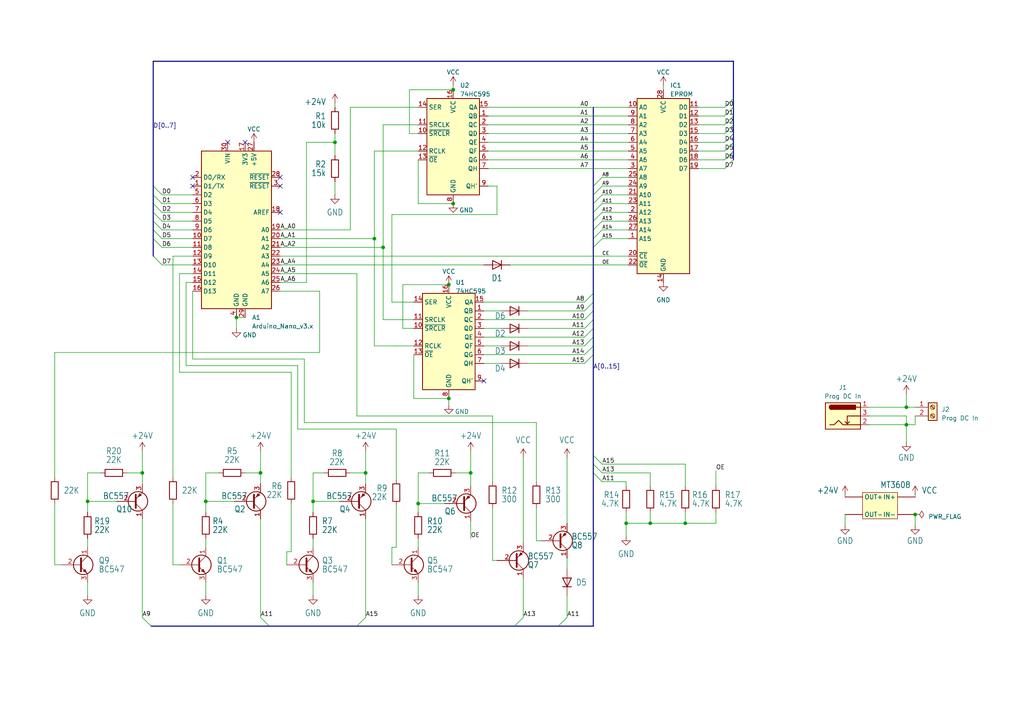
<source format=kicad_sch>
(kicad_sch (version 20230121) (generator eeschema)
  (paper "A4")
  (title_block (title "${title}") (date "2023-03-08") (rev "${revision}") (comment 1 "${comment1}") (comment 2 "${description}"))
  (junction (at 90.805 145.415))
  (junction (at 108.585 69.215))
  (junction (at 121.285 146.05))
  (junction (at 41.275 137.16))
  (junction (at 130.175 82.55))
  (junction (at 59.69 145.415))
  (junction (at 136.525 137.16))
  (junction (at 262.89 123.19))
  (junction (at 181.61 151.765))
  (junction (at 68.58 92.075))
  (junction (at 75.565 137.16))
  (junction (at 106.045 137.16))
  (junction (at 25.4 145.415))
  (junction (at 131.445 59.055))
  (junction (at 265.43 149.225))
  (junction (at 131.445 26.035))
  (junction (at 262.89 118.11))
  (junction (at 97.155 41.275))
  (junction (at 198.755 151.765))
  (junction (at 130.175 115.57))
  (junction (at 111.125 71.755))
  (junction (at 188.595 151.765))
  (no_connect (at 55.88 53.975))
  (no_connect (at 66.04 41.275))
  (no_connect (at 140.335 110.49))
  (no_connect (at 55.88 51.435))
  (no_connect (at 81.28 51.435))
  (no_connect (at 71.12 41.275))
  (no_connect (at 81.28 61.595))
  (no_connect (at 81.28 53.975))
  (bus_entry (at 169.545 97.79) (size 2.54 -2.54))
  (bus_entry (at 169.545 105.41) (size 2.54 -2.54))
  (bus_entry (at 174.625 61.595) (size -2.54 2.54))
  (bus_entry (at 169.545 87.63) (size 2.54 -2.54))
  (bus_entry (at 174.625 134.62) (size -2.54 -2.54))
  (bus_entry (at 169.545 95.25) (size 2.54 -2.54))
  (bus_entry (at 106.045 179.07) (size -2.54 2.54))
  (bus_entry (at 46.99 76.835) (size -2.54 -2.54))
  (bus_entry (at 46.99 56.515) (size -2.54 -2.54))
  (bus_entry (at 169.545 92.71) (size 2.54 -2.54))
  (bus_entry (at 210.185 36.195) (size 2.54 -2.54))
  (bus_entry (at 46.99 61.595) (size -2.54 -2.54))
  (bus_entry (at 151.765 179.07) (size -2.54 2.54))
  (bus_entry (at 169.545 90.17) (size 2.54 -2.54))
  (bus_entry (at 174.625 139.7) (size -2.54 -2.54))
  (bus_entry (at 210.185 38.735) (size 2.54 -2.54))
  (bus_entry (at 164.465 179.07) (size -2.54 2.54))
  (bus_entry (at 174.625 59.055) (size -2.54 2.54))
  (bus_entry (at 46.99 59.055) (size -2.54 -2.54))
  (bus_entry (at 174.625 53.975) (size -2.54 2.54))
  (bus_entry (at 174.625 69.215) (size -2.54 2.54))
  (bus_entry (at 174.625 51.435) (size -2.54 2.54))
  (bus_entry (at 210.185 41.275) (size 2.54 -2.54))
  (bus_entry (at 46.99 64.135) (size -2.54 -2.54))
  (bus_entry (at 210.185 33.655) (size 2.54 -2.54))
  (bus_entry (at 210.185 31.115) (size 2.54 -2.54))
  (bus_entry (at 174.625 66.675) (size -2.54 2.54))
  (bus_entry (at 169.545 100.33) (size 2.54 -2.54))
  (bus_entry (at 210.185 46.355) (size 2.54 -2.54))
  (bus_entry (at 210.185 43.815) (size 2.54 -2.54))
  (bus_entry (at 174.625 56.515) (size -2.54 2.54))
  (bus_entry (at 174.625 64.135) (size -2.54 2.54))
  (bus_entry (at 210.185 48.895) (size 2.54 -2.54))
  (bus_entry (at 46.99 69.215) (size -2.54 -2.54))
  (bus_entry (at 46.99 71.755) (size -2.54 -2.54))
  (bus_entry (at 169.545 102.87) (size 2.54 -2.54))
  (bus_entry (at 46.99 66.675) (size -2.54 -2.54))
  (bus_entry (at 41.275 179.07) (size 2.54 2.54))
  (bus_entry (at 75.565 179.07) (size 2.54 2.54))
  (bus_entry (at 174.625 137.16) (size -2.54 -2.54))
  (wire (pts (xy 142.875 120.65) (xy 142.875 139.7)) (stroke (width 0.1524)))
  (wire (pts (xy 36.83 137.16) (xy 41.275 137.16)) (stroke (width 0.1524)))
  (bus (pts (xy 172.085 87.63) (xy 172.085 90.17)))
  (wire (pts (xy 202.565 33.655) (xy 210.185 33.655)) (stroke (width 0.1524)))
  (wire (pts (xy 108.585 43.815) (xy 108.585 69.215)) (stroke (width 0.1524)))
  (wire (pts (xy 81.28 81.915) (xy 88.9 81.915)) (stroke (width 0.1524)))
  (wire (pts (xy 108.585 43.815) (xy 121.285 43.815)) (stroke (width 0.1524)))
  (wire (pts (xy 182.245 51.435) (xy 174.625 51.435)) (stroke (width 0.1524)))
  (wire (pts (xy 108.585 69.215) (xy 108.585 100.33)) (stroke (width 0.1524)))
  (wire (pts (xy 141.605 36.195) (xy 182.245 36.195)) (stroke (width 0.1524)))
  (wire (pts (xy 198.755 148.59) (xy 198.755 151.765)) (stroke (width 0.1524)))
  (wire (pts (xy 207.645 136.525) (xy 207.645 140.97)) (stroke (width 0.1524)))
  (wire (pts (xy 181.61 139.7) (xy 181.61 140.97)) (stroke (width 0.1524)))
  (wire (pts (xy 83.185 160.02) (xy 84.455 160.02)) (stroke (width 0.1524)))
  (wire (pts (xy 121.285 46.355) (xy 121.285 59.055)))
  (wire (pts (xy 156.845 156.845) (xy 155.575 156.845)) (stroke (width 0.1524)))
  (wire (pts (xy 81.28 69.215) (xy 108.585 69.215)) (stroke (width 0.1524)))
  (wire (pts (xy 182.245 53.975) (xy 174.625 53.975)) (stroke (width 0.1524)))
  (bus (pts (xy 172.085 137.16) (xy 172.085 181.61)))
  (wire (pts (xy 29.21 137.16) (xy 25.4 137.16)) (stroke (width 0.1524)))
  (bus (pts (xy 149.225 181.61) (xy 161.925 181.61)))
  (bus (pts (xy 172.085 59.055) (xy 172.085 61.595)))
  (bus (pts (xy 44.45 61.595) (xy 44.45 64.135)))
  (bus (pts (xy 172.085 95.25) (xy 172.085 97.79)))
  (bus (pts (xy 212.725 43.815) (xy 212.725 41.275)))
  (wire (pts (xy 202.565 36.195) (xy 210.185 36.195)) (stroke (width 0.1524)))
  (bus (pts (xy 172.085 31.115) (xy 172.085 53.975)))
  (wire (pts (xy 120.015 95.25) (xy 116.84 95.25)))
  (wire (pts (xy 140.335 92.71) (xy 169.545 92.71)) (stroke (width 0.1524)))
  (wire (pts (xy 181.61 148.59) (xy 181.61 151.765)) (stroke (width 0.1524)))
  (wire (pts (xy 141.605 48.895) (xy 182.245 48.895)) (stroke (width 0.1524)))
  (wire (pts (xy 15.875 138.43) (xy 15.875 102.235)))
  (wire (pts (xy 97.155 29.845) (xy 97.155 31.115)))
  (wire (pts (xy 121.285 146.05) (xy 128.905 146.05)) (stroke (width 0.1524)))
  (wire (pts (xy 53.975 81.915) (xy 53.975 106.045)) (stroke (width 0.1524)))
  (wire (pts (xy 52.705 79.375) (xy 52.07 79.375)) (stroke (width 0.1524)))
  (wire (pts (xy 52.07 107.95) (xy 84.455 107.95)) (stroke (width 0.1524)))
  (wire (pts (xy 113.665 62.23) (xy 113.665 87.63)) (stroke (width 0.1524)))
  (wire (pts (xy 136.525 137.16) (xy 136.525 133.35)) (stroke (width 0.1524)))
  (wire (pts (xy 88.265 122.555) (xy 155.575 122.555)) (stroke (width 0.1524)))
  (wire (pts (xy 136.525 130.81) (xy 136.525 133.35)))
  (wire (pts (xy 59.69 137.16) (xy 59.69 145.415)) (stroke (width 0.1524)))
  (wire (pts (xy 153.035 95.25) (xy 161.29 95.25)))
  (wire (pts (xy 114.935 146.685) (xy 114.935 158.75)) (stroke (width 0.1524)))
  (wire (pts (xy 140.335 97.79) (xy 169.545 97.79)) (stroke (width 0.1524)))
  (wire (pts (xy 121.285 156.21) (xy 121.285 158.75)) (stroke (width 0.1524)))
  (wire (pts (xy 81.28 79.375) (xy 103.505 79.375)) (stroke (width 0.1524)))
  (wire (pts (xy 144.145 62.23) (xy 113.665 62.23)) (stroke (width 0.1524)))
  (wire (pts (xy 141.605 53.975) (xy 144.145 53.975)) (stroke (width 0.1524)))
  (bus (pts (xy 172.085 134.62) (xy 172.085 137.16)))
  (wire (pts (xy 141.605 43.815) (xy 182.245 43.815)) (stroke (width 0.1524)))
  (wire (pts (xy 15.875 102.235) (xy 92.71 102.235)))
  (wire (pts (xy 84.455 146.05) (xy 84.455 160.02)) (stroke (width 0.1524)))
  (wire (pts (xy 88.9 41.275) (xy 97.155 41.275)) (stroke (width 0.1524)))
  (wire (pts (xy 188.595 151.765) (xy 198.755 151.765)) (stroke (width 0.1524)))
  (wire (pts (xy 41.275 130.81) (xy 41.275 137.16)) (stroke (width 0.1524)))
  (bus (pts (xy 44.45 64.135) (xy 44.45 66.675)))
  (bus (pts (xy 212.725 28.575) (xy 212.725 17.78)))
  (wire (pts (xy 81.28 71.755) (xy 111.125 71.755)) (stroke (width 0.1524)))
  (wire (pts (xy 142.875 162.56) (xy 144.145 162.56)) (stroke (width 0.1524)))
  (wire (pts (xy 106.045 150.495) (xy 106.045 179.07)) (stroke (width 0.1524)))
  (wire (pts (xy 50.165 74.295) (xy 55.88 74.295)) (stroke (width 0.1524)))
  (bus (pts (xy 172.085 100.33) (xy 172.085 102.87)))
  (bus (pts (xy 78.105 181.61) (xy 103.505 181.61)))
  (wire (pts (xy 262.89 114.3) (xy 262.89 118.11)) (stroke (width 0.1524)))
  (wire (pts (xy 141.605 31.115) (xy 182.245 31.115)) (stroke (width 0.1524)))
  (wire (pts (xy 25.4 156.21) (xy 25.4 158.75)) (stroke (width 0.1524)))
  (wire (pts (xy 97.155 41.275) (xy 97.155 45.085)) (stroke (width 0.1524)))
  (wire (pts (xy 202.565 38.735) (xy 210.185 38.735)) (stroke (width 0.1524)))
  (wire (pts (xy 140.335 87.63) (xy 169.545 87.63)) (stroke (width 0.1524)))
  (wire (pts (xy 207.645 151.765) (xy 198.755 151.765)) (stroke (width 0.1524)))
  (wire (pts (xy 265.43 120.65) (xy 265.43 123.19)) (stroke (width 0.1524)))
  (bus (pts (xy 44.45 53.975) (xy 44.45 56.515)))
  (wire (pts (xy 114.935 124.46) (xy 86.36 124.46)) (stroke (width 0.1524)))
  (wire (pts (xy 144.145 53.975) (xy 144.145 62.23)) (stroke (width 0.1524)))
  (wire (pts (xy 75.565 137.16) (xy 75.565 140.335)) (stroke (width 0.1524)))
  (wire (pts (xy 101.6 137.16) (xy 106.045 137.16)) (stroke (width 0.1524)))
  (wire (pts (xy 83.185 160.02) (xy 83.185 163.83)) (stroke (width 0.1524)))
  (wire (pts (xy 108.585 100.33) (xy 114.935 100.33)) (stroke (width 0.1524)))
  (wire (pts (xy 147.955 76.835) (xy 182.245 76.835)) (stroke (width 0.1524)))
  (wire (pts (xy 106.045 130.81) (xy 106.045 137.16)) (stroke (width 0.1524)))
  (wire (pts (xy 88.265 122.555) (xy 88.265 104.14)) (stroke (width 0.1524)))
  (wire (pts (xy 151.765 132.715) (xy 151.765 157.48)) (stroke (width 0.1524)))
  (wire (pts (xy 116.205 36.195) (xy 111.125 36.195)) (stroke (width 0.1524)))
  (bus (pts (xy 212.725 41.275) (xy 212.725 38.735)))
  (wire (pts (xy 46.99 69.215) (xy 55.88 69.215)) (stroke (width 0.1524)))
  (wire (pts (xy 262.89 120.65) (xy 262.89 123.19)) (stroke (width 0.1524)))
  (bus (pts (xy 44.45 69.215) (xy 44.45 74.295)))
  (wire (pts (xy 265.43 144.145) (xy 265.43 143.51)) (stroke (width 0.1524)))
  (wire (pts (xy 164.465 132.715) (xy 164.465 151.765)) (stroke (width 0.1524)))
  (wire (pts (xy 46.99 56.515) (xy 55.88 56.515)) (stroke (width 0.1524)))
  (wire (pts (xy 132.08 137.16) (xy 136.525 137.16)) (stroke (width 0.1524)))
  (wire (pts (xy 101.6 66.675) (xy 101.6 31.115)) (stroke (width 0.1524)))
  (bus (pts (xy 212.725 31.115) (xy 212.725 28.575)))
  (bus (pts (xy 172.085 85.09) (xy 172.085 87.63)))
  (bus (pts (xy 172.085 71.755) (xy 172.085 85.09)))
  (wire (pts (xy 202.565 46.355) (xy 210.185 46.355)) (stroke (width 0.1524)))
  (wire (pts (xy 141.605 41.275) (xy 182.245 41.275)) (stroke (width 0.1524)))
  (wire (pts (xy 90.805 156.21) (xy 90.805 158.75)) (stroke (width 0.1524)))
  (wire (pts (xy 141.605 38.735) (xy 182.245 38.735)) (stroke (width 0.1524)))
  (wire (pts (xy 131.445 24.765) (xy 131.445 26.035)))
  (wire (pts (xy 50.165 146.05) (xy 50.165 163.83)) (stroke (width 0.1524)))
  (wire (pts (xy 153.035 100.33) (xy 169.545 100.33)) (stroke (width 0.1524)))
  (bus (pts (xy 44.45 59.055) (xy 44.45 61.595)))
  (wire (pts (xy 116.84 95.25) (xy 116.84 82.55)))
  (wire (pts (xy 140.335 100.33) (xy 145.415 100.33)) (stroke (width 0.1524)))
  (wire (pts (xy 140.335 90.17) (xy 145.415 90.17)) (stroke (width 0.1524)))
  (bus (pts (xy 172.085 61.595) (xy 172.085 64.135)))
  (wire (pts (xy 75.565 150.495) (xy 75.565 179.07)) (stroke (width 0.1524)))
  (wire (pts (xy 86.36 106.045) (xy 86.36 124.46)) (stroke (width 0.1524)))
  (wire (pts (xy 182.245 56.515) (xy 174.625 56.515)) (stroke (width 0.1524)))
  (wire (pts (xy 182.245 66.675) (xy 174.625 66.675)) (stroke (width 0.1524)))
  (wire (pts (xy 188.595 151.765) (xy 181.61 151.765)) (stroke (width 0.1524)))
  (wire (pts (xy 59.69 168.91) (xy 59.69 172.72)) (stroke (width 0.1524)))
  (wire (pts (xy 202.565 31.115) (xy 210.185 31.115)) (stroke (width 0.1524)))
  (wire (pts (xy 116.84 82.55) (xy 130.175 82.55)))
  (wire (pts (xy 121.285 38.735) (xy 118.745 38.735)))
  (wire (pts (xy 202.565 41.275) (xy 210.185 41.275)) (stroke (width 0.1524)))
  (wire (pts (xy 121.285 59.055) (xy 131.445 59.055)))
  (wire (pts (xy 140.335 95.25) (xy 145.415 95.25)) (stroke (width 0.1524)))
  (wire (pts (xy 53.975 81.915) (xy 55.88 81.915)) (stroke (width 0.1524)))
  (wire (pts (xy 262.89 123.19) (xy 252.095 123.19)) (stroke (width 0.1524)))
  (bus (pts (xy 212.725 33.655) (xy 212.725 31.115)))
  (wire (pts (xy 182.245 59.055) (xy 174.625 59.055)) (stroke (width 0.1524)))
  (wire (pts (xy 188.595 148.59) (xy 188.595 151.765)) (stroke (width 0.1524)))
  (bus (pts (xy 44.45 17.78) (xy 44.45 53.975)))
  (bus (pts (xy 172.085 97.79) (xy 172.085 100.33)))
  (wire (pts (xy 182.245 69.215) (xy 174.625 69.215)) (stroke (width 0.1524)))
  (bus (pts (xy 172.085 69.215) (xy 172.085 71.755)))
  (wire (pts (xy 188.595 137.16) (xy 174.625 137.16)) (stroke (width 0.1524)))
  (bus (pts (xy 172.085 181.61) (xy 161.925 181.61)))
  (wire (pts (xy 103.505 79.375) (xy 103.505 120.65)) (stroke (width 0.1524)))
  (wire (pts (xy 155.575 122.555) (xy 155.575 139.7)) (stroke (width 0.1524)))
  (bus (pts (xy 172.085 90.17) (xy 172.085 92.71)))
  (bus (pts (xy 43.815 181.61) (xy 78.105 181.61)))
  (wire (pts (xy 198.755 134.62) (xy 198.755 140.97)) (stroke (width 0.1524)))
  (wire (pts (xy 97.155 40.005) (xy 97.155 41.275)) (stroke (width 0.1524)))
  (wire (pts (xy 59.69 145.415) (xy 59.69 148.59)) (stroke (width 0.1524)))
  (wire (pts (xy 41.275 137.16) (xy 41.275 140.335)) (stroke (width 0.1524)))
  (wire (pts (xy 111.125 92.71) (xy 114.935 92.71)) (stroke (width 0.1524)))
  (wire (pts (xy 113.665 158.75) (xy 113.665 163.83)) (stroke (width 0.1524)))
  (wire (pts (xy 136.525 140.97) (xy 136.525 137.16)) (stroke (width 0.1524)))
  (wire (pts (xy 202.565 48.895) (xy 210.185 48.895)) (stroke (width 0.1524)))
  (wire (pts (xy 151.765 167.64) (xy 151.765 179.07)) (stroke (width 0.1524)))
  (wire (pts (xy 52.705 79.375) (xy 55.88 79.375)))
  (wire (pts (xy 182.245 64.135) (xy 174.625 64.135)) (stroke (width 0.1524)))
  (wire (pts (xy 164.465 172.72) (xy 164.465 179.07)))
  (wire (pts (xy 164.465 161.925) (xy 164.465 165.1)) (stroke (width 0.1524)))
  (wire (pts (xy 84.455 107.95) (xy 84.455 138.43)) (stroke (width 0.1524)))
  (wire (pts (xy 25.4 145.415) (xy 25.4 148.59)) (stroke (width 0.1524)))
  (wire (pts (xy 141.605 46.355) (xy 182.245 46.355)) (stroke (width 0.1524)))
  (wire (pts (xy 53.975 106.045) (xy 86.36 106.045)) (stroke (width 0.1524)))
  (wire (pts (xy 46.99 59.055) (xy 55.88 59.055)) (stroke (width 0.1524)))
  (bus (pts (xy 172.085 66.675) (xy 172.085 69.215)))
  (wire (pts (xy 198.755 134.62) (xy 174.625 134.62)) (stroke (width 0.1524)))
  (wire (pts (xy 136.525 151.13) (xy 136.525 156.21)) (stroke (width 0.1524)))
  (wire (pts (xy 75.565 130.81) (xy 75.565 137.16)) (stroke (width 0.1524)))
  (wire (pts (xy 92.71 84.455) (xy 81.28 84.455)))
  (wire (pts (xy 50.165 163.83) (xy 52.07 163.83)) (stroke (width 0.1524)))
  (wire (pts (xy 46.99 76.835) (xy 55.88 76.835)) (stroke (width 0.1524)))
  (wire (pts (xy 155.575 147.32) (xy 155.575 156.845)) (stroke (width 0.1524)))
  (wire (pts (xy 59.69 156.21) (xy 59.69 158.75)) (stroke (width 0.1524)))
  (wire (pts (xy 46.99 71.755) (xy 55.88 71.755)) (stroke (width 0.1524)))
  (wire (pts (xy 46.99 61.595) (xy 55.88 61.595)) (stroke (width 0.1524)))
  (wire (pts (xy 120.015 115.57) (xy 130.175 115.57)))
  (wire (pts (xy 92.71 102.235) (xy 92.71 84.455)))
  (wire (pts (xy 161.29 95.25) (xy 169.545 95.25)) (stroke (width 0.1524)))
  (bus (pts (xy 172.085 102.87) (xy 172.085 132.08)))
  (wire (pts (xy 202.565 43.815) (xy 210.185 43.815)) (stroke (width 0.1524)))
  (wire (pts (xy 71.12 137.16) (xy 75.565 137.16)) (stroke (width 0.1524)))
  (wire (pts (xy 15.875 146.05) (xy 15.875 163.83)) (stroke (width 0.1524)))
  (wire (pts (xy 25.4 168.91) (xy 25.4 172.72)) (stroke (width 0.1524)))
  (wire (pts (xy 114.935 100.33) (xy 120.015 100.33)))
  (wire (pts (xy 245.11 149.225) (xy 245.11 152.4)) (stroke (width 0.1524)))
  (wire (pts (xy 106.045 137.16) (xy 106.045 140.335)) (stroke (width 0.1524)))
  (wire (pts (xy 252.095 120.65) (xy 262.89 120.65)) (stroke (width 0.1524)))
  (wire (pts (xy 118.745 26.035) (xy 131.445 26.035)))
  (wire (pts (xy 15.875 163.83) (xy 17.78 163.83)) (stroke (width 0.1524)))
  (wire (pts (xy 121.285 146.05) (xy 121.285 148.59)) (stroke (width 0.1524)))
  (wire (pts (xy 188.595 137.16) (xy 188.595 140.97)) (stroke (width 0.1524)))
  (wire (pts (xy 262.89 123.19) (xy 262.89 128.27)) (stroke (width 0.1524)))
  (wire (pts (xy 90.805 168.91) (xy 90.805 172.72)) (stroke (width 0.1524)))
  (wire (pts (xy 121.285 137.16) (xy 121.285 146.05)) (stroke (width 0.1524)))
  (wire (pts (xy 140.335 102.87) (xy 169.545 102.87)) (stroke (width 0.1524)))
  (wire (pts (xy 121.285 168.91) (xy 121.285 172.72)) (stroke (width 0.1524)))
  (wire (pts (xy 90.805 145.415) (xy 90.805 148.59)) (stroke (width 0.1524)))
  (bus (pts (xy 172.085 56.515) (xy 172.085 59.055)))
  (bus (pts (xy 103.505 181.61) (xy 149.225 181.61)))
  (wire (pts (xy 141.605 33.655) (xy 182.245 33.655)) (stroke (width 0.1524)))
  (wire (pts (xy 245.11 144.145) (xy 245.11 143.51)) (stroke (width 0.1524)))
  (wire (pts (xy 81.28 66.675) (xy 101.6 66.675)) (stroke (width 0.1524)))
  (wire (pts (xy 55.88 84.455) (xy 55.88 104.14)) (stroke (width 0.1524)))
  (wire (pts (xy 33.655 145.415) (xy 25.4 145.415)) (stroke (width 0.1524)))
  (bus (pts (xy 212.725 17.78) (xy 44.45 17.78)))
  (wire (pts (xy 88.265 104.14) (xy 55.88 104.14)) (stroke (width 0.1524)))
  (wire (pts (xy 46.99 66.675) (xy 55.88 66.675)) (stroke (width 0.1524)))
  (wire (pts (xy 81.28 76.835) (xy 85.09 76.835)) (stroke (width 0.1524)))
  (wire (pts (xy 113.665 87.63) (xy 120.015 87.63)) (stroke (width 0.1524)))
  (wire (pts (xy 25.4 137.16) (xy 25.4 145.415)) (stroke (width 0.1524)))
  (wire (pts (xy 68.58 95.25) (xy 68.58 92.075)))
  (wire (pts (xy 192.405 24.765) (xy 192.405 26.035)))
  (bus (pts (xy 44.45 66.675) (xy 44.45 69.215)))
  (wire (pts (xy 265.43 123.19) (xy 262.89 123.19)) (stroke (width 0.1524)))
  (wire (pts (xy 142.875 147.32) (xy 142.875 162.56)) (stroke (width 0.1524)))
  (wire (pts (xy 118.745 38.735) (xy 118.745 26.035)))
  (wire (pts (xy 120.015 102.87) (xy 120.015 115.57)))
  (bus (pts (xy 172.085 64.135) (xy 172.085 66.675)))
  (wire (pts (xy 41.275 150.495) (xy 41.275 179.07)) (stroke (width 0.1524)))
  (bus (pts (xy 44.45 56.515) (xy 44.45 59.055)))
  (wire (pts (xy 207.645 148.59) (xy 207.645 151.765)) (stroke (width 0.1524)))
  (wire (pts (xy 98.425 145.415) (xy 90.805 145.415)) (stroke (width 0.1524)))
  (wire (pts (xy 121.285 137.16) (xy 124.46 137.16)) (stroke (width 0.1524)))
  (wire (pts (xy 169.545 105.41) (xy 153.035 105.41)) (stroke (width 0.1524)))
  (wire (pts (xy 111.125 71.755) (xy 111.125 92.71)) (stroke (width 0.1524)))
  (wire (pts (xy 81.28 74.295) (xy 182.245 74.295)) (stroke (width 0.1524)))
  (bus (pts (xy 172.085 132.08) (xy 172.085 134.62)))
  (wire (pts (xy 101.6 31.115) (xy 121.285 31.115)) (stroke (width 0.1524)))
  (wire (pts (xy 85.09 76.835) (xy 140.335 76.835)))
  (wire (pts (xy 130.175 117.475) (xy 130.175 115.57)))
  (bus (pts (xy 172.085 92.71) (xy 172.085 95.25)))
  (wire (pts (xy 97.155 38.735) (xy 97.155 40.005)))
  (wire (pts (xy 111.125 36.195) (xy 111.125 71.755)) (stroke (width 0.1524)))
  (wire (pts (xy 67.945 145.415) (xy 59.69 145.415)) (stroke (width 0.1524)))
  (wire (pts (xy 63.5 137.16) (xy 59.69 137.16)) (stroke (width 0.1524)))
  (wire (pts (xy 181.61 151.765) (xy 181.61 155.575)) (stroke (width 0.1524)))
  (wire (pts (xy 265.43 149.225) (xy 265.43 152.4)) (stroke (width 0.1524)))
  (wire (pts (xy 114.935 92.71) (xy 120.015 92.71)))
  (bus (pts (xy 212.725 38.735) (xy 212.725 36.195)))
  (wire (pts (xy 90.805 137.16) (xy 90.805 145.415)) (stroke (width 0.1524)))
  (bus (pts (xy 212.725 36.195) (xy 212.725 33.655)))
  (wire (pts (xy 182.245 61.595) (xy 174.625 61.595)) (stroke (width 0.1524)))
  (wire (pts (xy 52.07 79.375) (xy 52.07 107.95)) (stroke (width 0.1524)))
  (wire (pts (xy 50.165 74.295) (xy 50.165 138.43)) (stroke (width 0.1524)))
  (wire (pts (xy 181.61 139.7) (xy 174.625 139.7)) (stroke (width 0.1524)))
  (wire (pts (xy 103.505 120.65) (xy 142.875 120.65)) (stroke (width 0.1524)))
  (wire (pts (xy 113.665 158.75) (xy 114.935 158.75)) (stroke (width 0.1524)))
  (bus (pts (xy 172.085 53.975) (xy 172.085 56.515)))
  (wire (pts (xy 153.035 90.17) (xy 169.545 90.17)) (stroke (width 0.1524)))
  (wire (pts (xy 90.805 137.16) (xy 93.98 137.16)) (stroke (width 0.1524)))
  (wire (pts (xy 97.155 52.705) (xy 97.155 56.515)))
  (wire (pts (xy 68.58 92.075) (xy 71.12 92.075)))
  (wire (pts (xy 88.9 81.915) (xy 88.9 41.275)) (stroke (width 0.1524)))
  (wire (pts (xy 262.89 118.11) (xy 265.43 118.11)) (stroke (width 0.1524)))
  (wire (pts (xy 114.935 124.46) (xy 114.935 139.065)) (stroke (width 0.1524)))
  (wire (pts (xy 145.415 105.41) (xy 140.335 105.41)) (stroke (width 0.1524)))
  (wire (pts (xy 116.205 36.195) (xy 121.285 36.195)))
  (wire (pts (xy 252.095 118.11) (xy 262.89 118.11)) (stroke (width 0.1524)))
  (bus (pts (xy 212.725 46.355) (xy 212.725 43.815)))
  (wire (pts (xy 46.99 64.135) (xy 55.88 64.135)) (stroke (width 0.1524)))
  (label "D1" (at 210.185 33.655 0) (effects (font (size 1.2446 1.2446))))
  (label "A13" (at 174.625 137.16 0) (effects (font (size 1.2446 1.2446))))
  (label "D6" (at 210.185 46.355 0) (effects (font (size 1.2446 1.2446))))
  (label "A_A4" (at 81.28 76.835 0))
  (label "OE" (at 207.645 136.525 0) (effects (font (size 1.2446 1.2446))))
  (label "A8" (at 174.625 51.435 0) (effects (font (size 1.016 1.016))))
  (label "A_A6" (at 81.28 81.915 0))
  (label "A10" (at 169.545 92.71 180) (effects (font (size 1.2446 1.2446))))
  (label "D2" (at 210.185 36.195 0) (effects (font (size 1.2446 1.2446))))
  (label "A13" (at 151.765 179.07 0) (effects (font (size 1.2446 1.2446))))
  (label "D4" (at 210.185 41.275 0) (effects (font (size 1.2446 1.2446))))
  (label "D0" (at 46.99 56.515 0) (effects (font (size 1.2446 1.2446))))
  (label "A15" (at 169.545 105.41 180) (effects (font (size 1.2446 1.2446))))
  (label "D7" (at 46.99 76.835 0) (effects (font (size 1.2446 1.2446))))
  (label "A2" (at 168.275 36.195 0) (effects (font (size 1.2446 1.2446))))
  (label "D7" (at 210.185 48.895 0) (effects (font (size 1.2446 1.2446))))
  (label "A11" (at 174.625 59.055 0) (effects (font (size 1.016 1.016))))
  (label "A[0..15]" (at 172.085 107.315 0))
  (label "A12" (at 169.545 97.79 180) (effects (font (size 1.2446 1.2446))))
  (label "A10" (at 174.625 56.515 0) (effects (font (size 1.016 1.016))))
  (label "A9" (at 41.275 179.07 0) (effects (font (size 1.2446 1.2446))))
  (label "A_A2" (at 81.28 71.755 0))
  (label "A11" (at 174.625 139.7 0) (effects (font (size 1.2446 1.2446))))
  (label "A7" (at 168.275 48.895 0) (effects (font (size 1.2446 1.2446))))
  (label "D4" (at 46.99 66.675 0) (effects (font (size 1.2446 1.2446))))
  (label "A14" (at 169.545 102.87 180) (effects (font (size 1.2446 1.2446))))
  (label "A4" (at 168.275 41.275 0) (effects (font (size 1.2446 1.2446))))
  (label "A9" (at 174.625 53.975 0) (effects (font (size 1.016 1.016))))
  (label "D0" (at 210.185 31.115 0) (effects (font (size 1.2446 1.2446))))
  (label "A_A1" (at 81.28 69.215 0))
  (label "A5" (at 168.275 43.815 0) (effects (font (size 1.2446 1.2446))))
  (label "A13" (at 169.545 100.33 180) (effects (font (size 1.2446 1.2446))))
  (label "A9" (at 169.545 90.17 180) (effects (font (size 1.2446 1.2446))))
  (label "A0" (at 168.275 31.115 0) (effects (font (size 1.2446 1.2446))))
  (label "A15" (at 174.625 69.215 0) (effects (font (size 1.016 1.016))))
  (label "A11" (at 164.465 179.07 0) (effects (font (size 1.2446 1.2446))))
  (label "D5" (at 210.185 43.815 0) (effects (font (size 1.2446 1.2446))))
  (label "A13" (at 174.625 64.135 0) (effects (font (size 1.016 1.016))))
  (label "A12" (at 174.625 61.595 0) (effects (font (size 1.016 1.016))))
  (label "A3" (at 168.275 38.735 0) (effects (font (size 1.2446 1.2446))))
  (label "A6" (at 168.275 46.355 0) (effects (font (size 1.2446 1.2446))))
  (label "A8" (at 169.545 87.63 180) (effects (font (size 1.2446 1.2446))))
  (label "A1" (at 168.275 33.655 0) (effects (font (size 1.2446 1.2446))))
  (label "D6" (at 46.99 71.755 0) (effects (font (size 1.2446 1.2446))))
  (label "D[0..7]" (at 44.45 37.465 0))
  (label "A11" (at 169.545 95.25 180) (effects (font (size 1.2446 1.2446))))
  (label "A15" (at 174.625 134.62 0) (effects (font (size 1.2446 1.2446))))
  (label "D3" (at 210.185 38.735 0) (effects (font (size 1.2446 1.2446))))
  (label "OE" (at 174.625 76.835 0) (effects (font (size 1.016 1.016))))
  (label "A_A5" (at 81.28 79.375 0))
  (label "OE" (at 136.525 156.21 0) (effects (font (size 1.2446 1.2446))))
  (label "A15" (at 106.045 179.07 0) (effects (font (size 1.2446 1.2446))))
  (label "D5" (at 46.99 69.215 0) (effects (font (size 1.2446 1.2446))))
  (label "A11" (at 75.565 179.07 0) (effects (font (size 1.2446 1.2446))))
  (label "A14" (at 174.625 66.675 0) (effects (font (size 1.016 1.016))))
  (label "D2" (at 46.99 61.595 0) (effects (font (size 1.2446 1.2446))))
  (label "D1" (at 46.99 59.055 0) (effects (font (size 1.2446 1.2446))))
  (label "A_A0" (at 81.28 66.675 0))
  (label "CE" (at 174.625 74.295 0) (effects (font (size 1.016 1.016))))
  (label "D3" (at 46.99 64.135 0) (effects (font (size 1.2446 1.2446))))
  (symbol (lib_id "Device:R") (at 142.875 143.51 0) (unit 1)
    (property "Reference" "R12" (at 145.415 142.24 0) (effects (font (size 1.778 1.5113)) (justify left)))
    (property "Value" "300" (at 145.415 144.78 0) (effects (font (size 1.778 1.5113)) (justify left)))
    (property "Footprint" "Resistor_THT:R_Axial_DIN0207_L6.3mm_D2.5mm_P7.62mm_Horizontal" (effects hide))
  )
  (symbol (lib_id "Diode:1N4448") (at 149.225 90.17 180) (unit 1)
    (property "Reference" "D6" (at 146.685 90.6526 0) (effects (font (size 1.778 1.5113)) (justify left bottom)))
    (property "Value" "1N4446" (effects hide))
    (property "Footprint" "Diode_THT:D_DO-35_SOD27_P7.62mm_Horizontal" (effects hide))
    (property "Datasheet" "https://assets.nexperia.com/documents/data-sheet/1N4148_1N4448.pdf" (effects hide))
  )
  (symbol (lib_id "power:GND") (at 97.155 56.515 0) (unit 1)
    (property "Reference" "#GND03" (effects hide))
    (property "Value" "GND" (at 97.155 61.595 0) (effects (font (size 1.778 1.5113))))
  )
  (symbol (lib_id "MCU_Module:Arduino_Nano_v3.x") (at 68.58 66.675 0) (unit 1)
    (property "Reference" "A1" (at 73.0759 92.075 0) (effects (justify left)))
    (property "Value" "Arduino_Nano_v3.x" (at 73.0759 94.615 0) (effects (justify left)))
    (property "Footprint" "Module:Arduino_Nano" (effects hide))
    (property "Datasheet" "http://www.mouser.com/pdfdocs/Gravitech_Arduino_Nano3_0.pdf" (effects hide))
  )
  (symbol (lib_id "Device:R") (at 90.805 152.4 180) (unit 1)
    (property "Reference" "R7" (at 93.345 151.13 0) (effects (font (size 1.778 1.5113)) (justify right)))
    (property "Value" "22K" (at 93.345 153.67 0) (effects (font (size 1.778 1.5113)) (justify right)))
    (property "Footprint" "Resistor_THT:R_Axial_DIN0207_L6.3mm_D2.5mm_P7.62mm_Horizontal" (effects hide))
  )
  (symbol (lib_id "Device:R") (at 198.755 144.78 0) (unit 1)
    (property "Reference" "R16" (at 200.66 143.51 0) (effects (font (size 1.778 1.5113)) (justify left)))
    (property "Value" "4.7K" (at 200.66 146.05 0) (effects (font (size 1.778 1.5113)) (justify left)))
    (property "Footprint" "Resistor_THT:R_Axial_DIN0207_L6.3mm_D2.5mm_P7.62mm_Horizontal" (effects hide))
  )
  (symbol (lib_id "Transistor_BJT:BC557") (at 161.925 156.845 0) (mirror x) (unit 1)
    (property "Reference" "Q8" (at 165.735 158.142 0) (effects (font (size 1.778 1.5113)) (justify left)))
    (property "Value" "BC557" (at 165.735 155.602 0) (effects (font (size 1.778 1.5113)) (justify left)))
    (property "Footprint" "Package_TO_SOT_THT:TO-92_Inline" (effects hide))
    (property "Datasheet" "https://www.onsemi.com/pub/Collateral/BC556BTA-D.pdf" (effects hide))
  )
  (symbol (lib_id "power:+24V") (at 106.045 130.81 0) (unit 1)
    (property "Reference" "#P+03" (effects hide))
    (property "Value" "+24V" (at 106.045 126.365 0) (effects (font (size 1.778 1.5113))))
  )
  (symbol (lib_id "power:+24V") (at 245.11 143.51 0) (unit 1)
    (property "Reference" "#P+07" (effects hide))
    (property "Value" "+24V" (at 243.205 142.24 0) (effects (font (size 1.778 1.5113)) (justify right)))
  )
  (symbol (lib_id "Device:R") (at 155.575 143.51 0) (unit 1)
    (property "Reference" "R13" (at 158.115 142.24 0) (effects (font (size 1.778 1.5113)) (justify left)))
    (property "Value" "300" (at 158.115 144.78 0) (effects (font (size 1.778 1.5113)) (justify left)))
    (property "Footprint" "Resistor_THT:R_Axial_DIN0207_L6.3mm_D2.5mm_P7.62mm_Horizontal" (effects hide))
  )
  (symbol (lib_id "Transistor_BJT:BC557") (at 38.735 145.415 0) (mirror x) (unit 1)
    (property "Reference" "Q10" (at 33.655 146.685 0) (effects (font (size 1.778 1.5113)) (justify left bottom)))
    (property "Value" "BC557" (at 29.845 142.875 0) (effects (font (size 1.778 1.5113)) (justify left bottom)))
    (property "Footprint" "Package_TO_SOT_THT:TO-92_Inline" (effects hide))
    (property "Datasheet" "https://www.onsemi.com/pub/Collateral/BC556BTA-D.pdf" (effects hide))
  )
  (symbol (lib_id "Diode:1N4448") (at 164.465 168.91 90) (unit 1)
    (property "Reference" "D5" (at 167.005 168.91 90) (effects (font (size 1.778 1.5113)) (justify right)))
    (property "Value" "1N4446" (effects hide))
    (property "Footprint" "Diode_THT:D_DO-35_SOD27_P7.62mm_Horizontal" (effects hide))
    (property "Datasheet" "https://assets.nexperia.com/documents/data-sheet/1N4148_1N4448.pdf" (effects hide))
  )
  (symbol (lib_id "Diode:1N4448") (at 144.145 76.835 180) (unit 1)
    (property "Reference" "D1" (at 144.145 80.645 0) (effects (font (size 1.778 1.5113))))
    (property "Value" "1N4446" (effects hide))
    (property "Footprint" "Diode_THT:D_DO-35_SOD27_P7.62mm_Horizontal" (effects hide))
    (property "Datasheet" "https://assets.nexperia.com/documents/data-sheet/1N4148_1N4448.pdf" (effects hide))
  )
  (symbol (lib_id "power:GND") (at 262.89 128.27 0) (unit 1)
    (property "Reference" "#GND07" (effects hide))
    (property "Value" "GND" (at 262.89 132.715 0) (effects (font (size 1.778 1.5113))))
  )
  (symbol (lib_id "eprom27_programmer:DC-DC-STEP-UP-MT3608") (at 255.27 146.685 0) (unit 1)
    (property "Reference" "M1" (effects hide))
    (property "Value" "MT3608" (at 255.27 141.605 0) (effects (font (size 1.778 1.5113)) (justify left bottom)))
    (property "Footprint" "eprom27:DC-DC-STEP-UP-MT3608" (effects hide))
  )
  (symbol (lib_id "power:GND") (at 131.445 59.055 0) (unit 1)
    (property "Reference" "#PWR06" (effects hide))
    (property "Value" "GND" (at 135.255 60.96 0))
  )
  (symbol (lib_id "power:VCC") (at 131.445 24.765 0) (unit 1)
    (property "Reference" "#PWR05" (effects hide))
    (property "Value" "VCC" (at 131.445 20.955 0))
  )
  (symbol (lib_id "power:+24V") (at 262.89 114.3 0) (unit 1)
    (property "Reference" "#P+08" (effects hide))
    (property "Value" "+24V" (at 262.89 109.855 0) (effects (font (size 1.778 1.5113))))
  )
  (symbol (lib_id "Device:R") (at 25.4 152.4 0) (unit 1)
    (property "Reference" "R19" (at 27.305 151.13 0) (effects (font (size 1.778 1.5113)) (justify left)))
    (property "Value" "22K" (at 27.305 153.67 0) (effects (font (size 1.778 1.5113)) (justify left)))
    (property "Footprint" "Resistor_THT:R_Axial_DIN0207_L6.3mm_D2.5mm_P7.62mm_Horizontal" (effects hide))
  )
  (symbol (lib_id "Device:R") (at 188.595 144.78 0) (unit 1)
    (property "Reference" "R15" (at 191.135 143.51 0) (effects (font (size 1.778 1.5113)) (justify left)))
    (property "Value" "4.7K" (at 191.135 146.05 0) (effects (font (size 1.778 1.5113)) (justify left)))
    (property "Footprint" "Resistor_THT:R_Axial_DIN0207_L6.3mm_D2.5mm_P7.62mm_Horizontal" (effects hide))
  )
  (symbol (lib_id "Transistor_BJT:BC547") (at 22.86 163.83 0) (unit 1)
    (property "Reference" "Q9" (at 28.575 162.56 0) (effects (font (size 1.778 1.5113)) (justify left)))
    (property "Value" "BC547" (at 28.575 165.1 0) (effects (font (size 1.778 1.5113)) (justify left)))
    (property "Footprint" "Package_TO_SOT_THT:TO-92_Inline" (effects hide))
    (property "Datasheet" "https://www.onsemi.com/pub/Collateral/BC550-D.pdf" (effects hide))
  )
  (symbol (lib_id "power:VCC") (at 130.175 82.55 0) (unit 1)
    (property "Reference" "#PWR03" (effects hide))
    (property "Value" "VCC" (at 130.175 78.74 0))
  )
  (symbol (lib_id "power:VCC") (at 151.765 132.715 0) (unit 1)
    (property "Reference" "#P+05" (effects hide))
    (property "Value" "VCC" (at 151.765 127.635 0) (effects (font (size 1.778 1.5113))))
  )
  (symbol (lib_id "Transistor_BJT:BC547") (at 118.745 163.83 0) (unit 1)
    (property "Reference" "Q5" (at 123.825 162.56 0) (effects (font (size 1.778 1.5113)) (justify left)))
    (property "Value" "BC547" (at 123.825 165.1 0) (effects (font (size 1.778 1.5113)) (justify left)))
    (property "Footprint" "Package_TO_SOT_THT:TO-92_Inline" (effects hide))
    (property "Datasheet" "https://www.onsemi.com/pub/Collateral/BC550-D.pdf" (effects hide))
  )
  (symbol (lib_id "Device:R") (at 121.285 152.4 0) (unit 1)
    (property "Reference" "R10" (at 123.825 151.13 0) (effects (font (size 1.778 1.5113)) (justify left)))
    (property "Value" "22K" (at 123.825 153.67 0) (effects (font (size 1.778 1.5113)) (justify left)))
    (property "Footprint" "Resistor_THT:R_Axial_DIN0207_L6.3mm_D2.5mm_P7.62mm_Horizontal" (effects hide))
  )
  (symbol (lib_id "Device:R") (at 181.61 144.78 0) (unit 1)
    (property "Reference" "R14" (at 179.705 143.51 0) (effects (font (size 1.778 1.5113)) (justify right)))
    (property "Value" "4.7K" (at 179.705 146.05 0) (effects (font (size 1.778 1.5113)) (justify right)))
    (property "Footprint" "Resistor_THT:R_Axial_DIN0207_L6.3mm_D2.5mm_P7.62mm_Horizontal" (effects hide))
  )
  (symbol (lib_id "power:GND") (at 192.405 81.915 0) (unit 1)
    (property "Reference" "#PWR08" (effects hide))
    (property "Value" "GND" (at 192.405 86.995 0))
  )
  (symbol (lib_id "Device:R") (at 128.27 137.16 90) (unit 1)
    (property "Reference" "R11" (at 128.27 131.445 90) (effects (font (size 1.778 1.5113))))
    (property "Value" "22K" (at 128.27 133.985 90) (effects (font (size 1.778 1.5113))))
    (property "Footprint" "Resistor_THT:R_Axial_DIN0207_L6.3mm_D2.5mm_P7.62mm_Horizontal" (effects hide))
  )
  (symbol (lib_id "power:GND") (at 265.43 152.4 0) (unit 1)
    (property "Reference" "#GND08" (effects hide))
    (property "Value" "GND" (at 265.43 156.845 0) (effects (font (size 1.778 1.5113))))
  )
  (symbol (lib_id "74xx:74HC595") (at 130.175 97.79 0) (unit 1)
    (property "Reference" "U1" (at 132.1309 81.915 0) (effects (justify left)))
    (property "Value" "74HC595" (at 132.1309 84.455 0) (effects (justify left)))
    (property "Footprint" "Package_DIP:DIP-16_W7.62mm" (effects hide))
    (property "Datasheet" "http://www.ti.com/lit/ds/symlink/sn74hc595.pdf" (effects hide))
  )
  (symbol (lib_id "Transistor_BJT:BC547") (at 57.15 163.83 0) (unit 1)
    (property "Reference" "Q1" (at 62.865 162.56 0) (effects (font (size 1.778 1.5113)) (justify left)))
    (property "Value" "BC547" (at 62.865 165.1 0) (effects (font (size 1.778 1.5113)) (justify left)))
    (property "Footprint" "Package_TO_SOT_THT:TO-92_Inline" (effects hide))
    (property "Datasheet" "https://www.onsemi.com/pub/Collateral/BC550-D.pdf" (effects hide))
  )
  (symbol (lib_id "Device:R") (at 50.165 142.24 0) (unit 1)
    (property "Reference" "R3" (effects hide))
    (property "Value" "22K" (at 52.705 142.24 0) (effects (font (size 1.778 1.5113)) (justify left)))
    (property "Footprint" "Resistor_THT:R_Axial_DIN0207_L6.3mm_D2.5mm_P7.62mm_Horizontal" (effects hide))
  )
  (symbol (lib_id "Transistor_BJT:BC557") (at 73.025 145.415 0) (mirror x) (unit 1)
    (property "Reference" "Q2" (at 67.945 146.685 0) (effects (font (size 1.778 1.5113)) (justify left bottom)))
    (property "Value" "BC557" (at 64.135 142.875 0) (effects (font (size 1.778 1.5113)) (justify left bottom)))
    (property "Footprint" "Package_TO_SOT_THT:TO-92_Inline" (effects hide))
    (property "Datasheet" "https://www.onsemi.com/pub/Collateral/BC556BTA-D.pdf" (effects hide))
  )
  (symbol (lib_id "power:GND") (at 121.285 172.72 0) (unit 1)
    (property "Reference" "#GND04" (effects hide))
    (property "Value" "GND" (at 121.285 177.8 0) (effects (font (size 1.778 1.5113))))
  )
  (symbol (lib_id "power:GND") (at 181.61 155.575 0) (unit 1)
    (property "Reference" "#GND05" (effects hide))
    (property "Value" "GND" (at 181.61 160.655 0) (effects (font (size 1.778 1.5113))))
  )
  (symbol (lib_id "Device:R") (at 207.645 144.78 0) (unit 1)
    (property "Reference" "R17" (at 210.185 143.51 0) (effects (font (size 1.778 1.5113)) (justify left)))
    (property "Value" "4.7K" (at 210.185 146.05 0) (effects (font (size 1.778 1.5113)) (justify left)))
    (property "Footprint" "Resistor_THT:R_Axial_DIN0207_L6.3mm_D2.5mm_P7.62mm_Horizontal" (effects hide))
  )
  (symbol (lib_id "Connector:Screw_Terminal_01x02") (at 270.51 118.11 0) (unit 1)
    (property "Reference" "J2" (at 273.05 118.745 0) (effects (justify left)))
    (property "Value" "Prog DC In" (at 273.05 121.285 0) (effects (justify left)))
    (property "Footprint" "TerminalBlock_Phoenix:TerminalBlock_Phoenix_MKDS-1,5-2-5.08_1x02_P5.08mm_Horizontal" (effects hide))
  )
  (symbol (lib_id "power:VCC") (at 192.405 24.765 0) (unit 1)
    (property "Reference" "#PWR07" (effects hide))
    (property "Value" "VCC" (at 192.405 20.955 0))
  )
  (symbol (lib_id "power:VCC") (at 265.43 143.51 0) (unit 1)
    (property "Reference" "#P+09" (effects hide))
    (property "Value" "VCC" (at 267.335 142.24 0) (effects (font (size 1.778 1.5113)) (justify left)))
  )
  (symbol (lib_id "power:GND") (at 130.175 117.475 0) (unit 1)
    (property "Reference" "#PWR04" (effects hide))
    (property "Value" "GND" (at 133.985 119.38 0))
  )
  (symbol (lib_id "power:PWR_FLAG") (at 265.43 149.225 270) (unit 1)
    (property "Reference" "#FLG01" (effects hide))
    (property "Value" "PWR_FLAG" (at 269.24 149.86 90) (effects (justify left)))
  )
  (symbol (lib_id "Diode:1N4448") (at 149.225 95.25 180) (unit 1)
    (property "Reference" "D2" (at 146.685 95.7326 0) (effects (font (size 1.778 1.5113)) (justify left bottom)))
    (property "Value" "1N4446" (effects hide))
    (property "Footprint" "Diode_THT:D_DO-35_SOD27_P7.62mm_Horizontal" (effects hide))
    (property "Datasheet" "https://assets.nexperia.com/documents/data-sheet/1N4148_1N4448.pdf" (effects hide))
  )
  (symbol (lib_id "Transistor_BJT:BC557") (at 103.505 145.415 0) (mirror x) (unit 1)
    (property "Reference" "Q4" (at 98.425 146.685 0) (effects (font (size 1.778 1.5113)) (justify left bottom)))
    (property "Value" "BC557" (at 94.615 142.875 0) (effects (font (size 1.778 1.5113)) (justify left bottom)))
    (property "Footprint" "Package_TO_SOT_THT:TO-92_Inline" (effects hide))
    (property "Datasheet" "https://www.onsemi.com/pub/Collateral/BC556BTA-D.pdf" (effects hide))
  )
  (symbol (lib_id "power:GND") (at 25.4 172.72 0) (unit 1)
    (property "Reference" "#GND09" (effects hide))
    (property "Value" "GND" (at 25.4 177.8 0) (effects (font (size 1.778 1.5113))))
  )
  (symbol (lib_id "power:VCC") (at 73.66 41.275 0) (unit 1)
    (property "Reference" "#PWR02" (effects hide))
    (property "Value" "VCC" (at 73.66 37.465 0))
  )
  (symbol (lib_id "power:GND") (at 90.805 172.72 0) (unit 1)
    (property "Reference" "#GND02" (effects hide))
    (property "Value" "GND" (at 90.805 177.8 0) (effects (font (size 1.778 1.5113))))
  )
  (symbol (lib_id "Device:R") (at 114.935 142.875 0) (unit 1)
    (property "Reference" "R9" (at 112.395 141.605 0) (effects (font (size 1.778 1.5113)) (justify right)))
    (property "Value" "22K" (at 112.395 144.145 0) (effects (font (size 1.778 1.5113)) (justify right)))
    (property "Footprint" "Resistor_THT:R_Axial_DIN0207_L6.3mm_D2.5mm_P7.62mm_Horizontal" (effects hide))
  )
  (symbol (lib_id "power:VCC") (at 164.465 132.715 0) (unit 1)
    (property "Reference" "#P+06" (effects hide))
    (property "Value" "VCC" (at 164.465 127.635 0) (effects (font (size 1.778 1.5113))))
  )
  (symbol (lib_id "Transistor_BJT:BC547") (at 88.265 163.83 0) (unit 1)
    (property "Reference" "Q3" (at 93.345 162.56 0) (effects (font (size 1.778 1.5113)) (justify left)))
    (property "Value" "BC547" (at 93.345 165.1 0) (effects (font (size 1.778 1.5113)) (justify left)))
    (property "Footprint" "Package_TO_SOT_THT:TO-92_Inline" (effects hide))
    (property "Datasheet" "https://www.onsemi.com/pub/Collateral/BC550-D.pdf" (effects hide))
  )
  (symbol (lib_id "Connector:Barrel_Jack_Switch") (at 244.475 120.65 0) (unit 1)
    (property "Reference" "J1" (at 244.475 112.395 0))
    (property "Value" "Prog DC In" (at 244.475 114.935 0))
    (property "Footprint" "Connector_BarrelJack:BarrelJack_Wuerth_6941xx301002" (effects hide))
  )
  (symbol (lib_id "Transistor_BJT:BC557") (at 133.985 146.05 0) (mirror x) (unit 1)
    (property "Reference" "Q6" (at 128.905 147.32 0) (effects (font (size 1.778 1.5113)) (justify left bottom)))
    (property "Value" "BC557" (at 125.095 143.51 0) (effects (font (size 1.778 1.5113)) (justify left bottom)))
    (property "Footprint" "Package_TO_SOT_THT:TO-92_Inline" (effects hide))
    (property "Datasheet" "https://www.onsemi.com/pub/Collateral/BC556BTA-D.pdf" (effects hide))
  )
  (symbol (lib_id "power:GND") (at 68.58 95.25 0) (unit 1)
    (property "Reference" "#PWR01" (effects hide))
    (property "Value" "GND" (at 72.39 97.155 0))
  )
  (symbol (lib_id "Transistor_BJT:BC557") (at 149.225 162.56 0) (mirror x) (unit 1)
    (property "Reference" "Q7" (at 153.035 163.857 0) (effects (font (size 1.778 1.5113)) (justify left)))
    (property "Value" "BC557" (at 153.035 161.317 0) (effects (font (size 1.778 1.5113)) (justify left)))
    (property "Footprint" "Package_TO_SOT_THT:TO-92_Inline" (effects hide))
    (property "Datasheet" "https://www.onsemi.com/pub/Collateral/BC556BTA-D.pdf" (effects hide))
  )
  (symbol (lib_id "power:+24V") (at 136.525 130.81 0) (unit 1)
    (property "Reference" "#P+04" (effects hide))
    (property "Value" "+24V" (at 136.525 126.365 0) (effects (font (size 1.778 1.5113))))
  )
  (symbol (lib_id "Device:R") (at 97.155 34.925 0) (unit 1)
    (property "Reference" "R1" (at 94.615 33.655 0) (effects (font (size 1.778 1.5113)) (justify right)))
    (property "Value" "10k" (at 94.615 36.195 0) (effects (font (size 1.778 1.5113)) (justify right)))
    (property "Footprint" "Resistor_THT:R_Axial_DIN0207_L6.3mm_D2.5mm_P7.62mm_Horizontal" (effects hide))
  )
  (symbol (lib_id "74xx:74HC595") (at 131.445 41.275 0) (unit 1)
    (property "Reference" "U2" (at 133.4009 24.765 0) (effects (justify left)))
    (property "Value" "74HC595" (at 133.4009 27.305 0) (effects (justify left)))
    (property "Footprint" "Package_DIP:DIP-16_W7.62mm" (effects hide))
    (property "Datasheet" "http://www.ti.com/lit/ds/symlink/sn74hc595.pdf" (effects hide))
  )
  (symbol (lib_id "Device:R") (at 59.69 152.4 0) (unit 1)
    (property "Reference" "R4" (at 61.595 151.13 0) (effects (font (size 1.778 1.5113)) (justify left)))
    (property "Value" "22K" (at 61.595 153.67 0) (effects (font (size 1.778 1.5113)) (justify left)))
    (property "Footprint" "Resistor_THT:R_Axial_DIN0207_L6.3mm_D2.5mm_P7.62mm_Horizontal" (effects hide))
  )
  (symbol (lib_id "Device:R") (at 15.875 142.24 0) (unit 1)
    (property "Reference" "R18" (effects hide))
    (property "Value" "22K" (at 18.415 142.24 0) (effects (font (size 1.778 1.5113)) (justify left)))
    (property "Footprint" "Resistor_THT:R_Axial_DIN0207_L6.3mm_D2.5mm_P7.62mm_Horizontal" (effects hide))
  )
  (symbol (lib_id "Device:R") (at 84.455 142.24 180) (unit 1)
    (property "Reference" "R6" (at 81.915 140.97 0) (effects (font (size 1.778 1.5113)) (justify left)))
    (property "Value" "22K" (at 81.915 143.51 0) (effects (font (size 1.778 1.5113)) (justify left)))
    (property "Footprint" "Resistor_THT:R_Axial_DIN0207_L6.3mm_D2.5mm_P7.62mm_Horizontal" (effects hide))
  )
  (symbol (lib_id "power:+24V") (at 75.565 130.81 0) (unit 1)
    (property "Reference" "#P+01" (effects hide))
    (property "Value" "+24V" (at 75.565 126.365 0) (effects (font (size 1.778 1.5113))))
  )
  (symbol (lib_id "Diode:1N4448") (at 149.225 105.41 180) (unit 1)
    (property "Reference" "D4" (at 146.685 105.8926 0) (effects (font (size 1.778 1.5113)) (justify left bottom)))
    (property "Value" "1N4446" (effects hide))
    (property "Footprint" "Diode_THT:D_DO-35_SOD27_P7.62mm_Horizontal" (effects hide))
    (property "Datasheet" "https://assets.nexperia.com/documents/data-sheet/1N4148_1N4448.pdf" (effects hide))
  )
  (symbol (lib_id "power:+24V") (at 97.155 29.845 0) (unit 1)
    (property "Reference" "#P+02" (effects hide))
    (property "Value" "+24V" (at 94.615 29.5275 0) (effects (font (size 1.778 1.5113)) (justify right)))
  )
  (symbol (lib_id "Device:R") (at 97.155 48.895 0) (unit 1)
    (property "Reference" "R2" (at 94.615 47.625 0) (effects (font (size 1.778 1.5113)) (justify right)))
    (property "Value" "15k" (at 94.615 50.165 0) (effects (font (size 1.778 1.5113)) (justify right)))
    (property "Footprint" "Resistor_THT:R_Axial_DIN0207_L6.3mm_D2.5mm_P7.62mm_Horizontal" (effects hide))
  )
  (symbol (lib_id "Memory_EPROM:27512") (at 192.405 53.975 0) (unit 1)
    (property "Reference" "IC1" (at 194.3609 24.765 0) (effects (justify left)))
    (property "Value" "EPROM" (at 194.3609 27.305 0) (effects (justify left)))
    (property "Footprint" "Socket:DIP_Socket-28_W11.9_W12.7_W15.24_W17.78_W18.5_3M_228-1277-00-0602J" (effects hide))
    (property "Datasheet" "http://pdf.datasheetcatalog.com/datasheets/120/227190_DS.pdf" (effects hide))
  )
  (symbol (lib_id "power:GND") (at 245.11 152.4 0) (unit 1)
    (property "Reference" "#GND06" (effects hide))
    (property "Value" "GND" (at 245.11 156.845 0) (effects (font (size 1.778 1.5113))))
  )
  (symbol (lib_id "Device:R") (at 97.79 137.16 90) (unit 1)
    (property "Reference" "R8" (at 97.79 131.445 90) (effects (font (size 1.778 1.5113))))
    (property "Value" "22K" (at 97.79 133.985 90) (effects (font (size 1.778 1.5113))))
    (property "Footprint" "Resistor_THT:R_Axial_DIN0207_L6.3mm_D2.5mm_P7.62mm_Horizontal" (effects hide))
  )
  (symbol (lib_id "power:+24V") (at 41.275 130.81 0) (unit 1)
    (property "Reference" "#P+010" (effects hide))
    (property "Value" "+24V" (at 41.275 126.365 0) (effects (font (size 1.778 1.5113))))
  )
  (symbol (lib_id "power:GND") (at 59.69 172.72 0) (unit 1)
    (property "Reference" "#GND01" (effects hide))
    (property "Value" "GND" (at 59.69 177.8 0) (effects (font (size 1.778 1.5113))))
  )
  (symbol (lib_id "Diode:1N4448") (at 149.225 100.33 180) (unit 1)
    (property "Reference" "D3" (at 146.685 100.8126 0) (effects (font (size 1.778 1.5113)) (justify left bottom)))
    (property "Value" "1N4446" (effects hide))
    (property "Footprint" "Diode_THT:D_DO-35_SOD27_P7.62mm_Horizontal" (effects hide))
    (property "Datasheet" "https://assets.nexperia.com/documents/data-sheet/1N4148_1N4448.pdf" (effects hide))
  )
  (symbol (lib_id "Device:R") (at 33.02 137.16 90) (unit 1)
    (property "Reference" "R20" (at 33.02 130.81 90) (effects (font (size 1.778 1.5113))))
    (property "Value" "22K" (at 33.02 133.35 90) (effects (font (size 1.778 1.5113))))
    (property "Footprint" "Resistor_THT:R_Axial_DIN0207_L6.3mm_D2.5mm_P7.62mm_Horizontal" (effects hide))
  )
  (symbol (lib_id "Device:R") (at 67.31 137.16 90) (unit 1)
    (property "Reference" "R5" (at 67.31 130.81 90) (effects (font (size 1.778 1.5113))))
    (property "Value" "22K" (at 67.31 133.35 90) (effects (font (size 1.778 1.5113))))
    (property "Footprint" "Resistor_THT:R_Axial_DIN0207_L6.3mm_D2.5mm_P7.62mm_Horizontal" (effects hide))
  )
)
</source>
